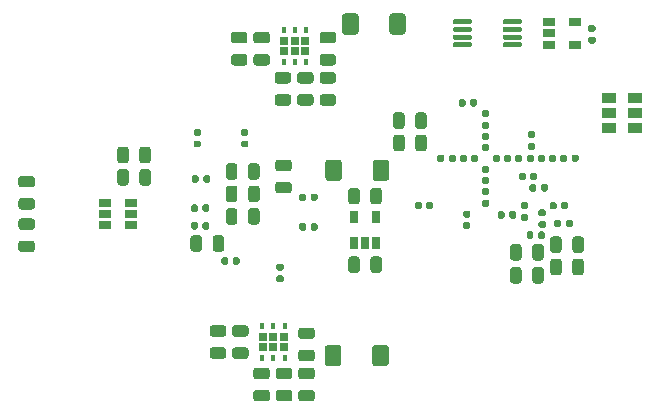
<source format=gbr>
G04 #@! TF.GenerationSoftware,KiCad,Pcbnew,(5.99.0-2267-g4486b0b6d)*
G04 #@! TF.CreationDate,2020-07-12T23:07:06+02:00*
G04 #@! TF.ProjectId,TDR,5444522e-6b69-4636-9164-5f7063625858,A*
G04 #@! TF.SameCoordinates,Original*
G04 #@! TF.FileFunction,Paste,Bot*
G04 #@! TF.FilePolarity,Positive*
%FSLAX46Y46*%
G04 Gerber Fmt 4.6, Leading zero omitted, Abs format (unit mm)*
G04 Created by KiCad (PCBNEW (5.99.0-2267-g4486b0b6d)) date 2020-07-12 23:07:06*
%MOMM*%
%LPD*%
G01*
G04 APERTURE LIST*
%ADD10R,0.650000X1.060000*%
%ADD11R,1.290000X0.890000*%
%ADD12R,1.060000X0.650000*%
%ADD13R,0.730000X0.660000*%
%ADD14R,0.450000X0.630000*%
G04 APERTURE END LIST*
D10*
X138805000Y-81785000D03*
X136905000Y-81785000D03*
X136905000Y-83985000D03*
X137855000Y-83985000D03*
X138805000Y-83985000D03*
G36*
G01*
X137405000Y-79528750D02*
X137405000Y-80441250D01*
G75*
G02*
X137161250Y-80685000I-243750J0D01*
G01*
X136673750Y-80685000D01*
G75*
G02*
X136430000Y-80441250I0J243750D01*
G01*
X136430000Y-79528750D01*
G75*
G02*
X136673750Y-79285000I243750J0D01*
G01*
X137161250Y-79285000D01*
G75*
G02*
X137405000Y-79528750I0J-243750D01*
G01*
G37*
G36*
G01*
X139280000Y-79528750D02*
X139280000Y-80441250D01*
G75*
G02*
X139036250Y-80685000I-243750J0D01*
G01*
X138548750Y-80685000D01*
G75*
G02*
X138305000Y-80441250I0J243750D01*
G01*
X138305000Y-79528750D01*
G75*
G02*
X138548750Y-79285000I243750J0D01*
G01*
X139036250Y-79285000D01*
G75*
G02*
X139280000Y-79528750I0J-243750D01*
G01*
G37*
G36*
G01*
X137405000Y-85328750D02*
X137405000Y-86241250D01*
G75*
G02*
X137161250Y-86485000I-243750J0D01*
G01*
X136673750Y-86485000D01*
G75*
G02*
X136430000Y-86241250I0J243750D01*
G01*
X136430000Y-85328750D01*
G75*
G02*
X136673750Y-85085000I243750J0D01*
G01*
X137161250Y-85085000D01*
G75*
G02*
X137405000Y-85328750I0J-243750D01*
G01*
G37*
G36*
G01*
X139280000Y-85328750D02*
X139280000Y-86241250D01*
G75*
G02*
X139036250Y-86485000I-243750J0D01*
G01*
X138548750Y-86485000D01*
G75*
G02*
X138305000Y-86241250I0J243750D01*
G01*
X138305000Y-85328750D01*
G75*
G02*
X138548750Y-85085000I243750J0D01*
G01*
X139036250Y-85085000D01*
G75*
G02*
X139280000Y-85328750I0J-243750D01*
G01*
G37*
G36*
G01*
X146745000Y-72257500D02*
X146745000Y-71912500D01*
G75*
G02*
X146892500Y-71765000I147500J0D01*
G01*
X147187500Y-71765000D01*
G75*
G02*
X147335000Y-71912500I0J-147500D01*
G01*
X147335000Y-72257500D01*
G75*
G02*
X147187500Y-72405000I-147500J0D01*
G01*
X146892500Y-72405000D01*
G75*
G02*
X146745000Y-72257500I0J147500D01*
G01*
G37*
G36*
G01*
X145775000Y-72257500D02*
X145775000Y-71912500D01*
G75*
G02*
X145922500Y-71765000I147500J0D01*
G01*
X146217500Y-71765000D01*
G75*
G02*
X146365000Y-71912500I0J-147500D01*
G01*
X146365000Y-72257500D01*
G75*
G02*
X146217500Y-72405000I-147500J0D01*
G01*
X145922500Y-72405000D01*
G75*
G02*
X145775000Y-72257500I0J147500D01*
G01*
G37*
G36*
G01*
X157227500Y-66095000D02*
X156882500Y-66095000D01*
G75*
G02*
X156735000Y-65947500I0J147500D01*
G01*
X156735000Y-65652500D01*
G75*
G02*
X156882500Y-65505000I147500J0D01*
G01*
X157227500Y-65505000D01*
G75*
G02*
X157375000Y-65652500I0J-147500D01*
G01*
X157375000Y-65947500D01*
G75*
G02*
X157227500Y-66095000I-147500J0D01*
G01*
G37*
G36*
G01*
X157227500Y-67065000D02*
X156882500Y-67065000D01*
G75*
G02*
X156735000Y-66917500I0J147500D01*
G01*
X156735000Y-66622500D01*
G75*
G02*
X156882500Y-66475000I147500J0D01*
G01*
X157227500Y-66475000D01*
G75*
G02*
X157375000Y-66622500I0J-147500D01*
G01*
X157375000Y-66917500D01*
G75*
G02*
X157227500Y-67065000I-147500J0D01*
G01*
G37*
G36*
G01*
X151182500Y-81475000D02*
X151527500Y-81475000D01*
G75*
G02*
X151675000Y-81622500I0J-147500D01*
G01*
X151675000Y-81917500D01*
G75*
G02*
X151527500Y-82065000I-147500J0D01*
G01*
X151182500Y-82065000D01*
G75*
G02*
X151035000Y-81917500I0J147500D01*
G01*
X151035000Y-81622500D01*
G75*
G02*
X151182500Y-81475000I147500J0D01*
G01*
G37*
G36*
G01*
X151182500Y-80505000D02*
X151527500Y-80505000D01*
G75*
G02*
X151675000Y-80652500I0J-147500D01*
G01*
X151675000Y-80947500D01*
G75*
G02*
X151527500Y-81095000I-147500J0D01*
G01*
X151182500Y-81095000D01*
G75*
G02*
X151035000Y-80947500I0J147500D01*
G01*
X151035000Y-80652500D01*
G75*
G02*
X151182500Y-80505000I147500J0D01*
G01*
G37*
G36*
G01*
X146282500Y-82175000D02*
X146627500Y-82175000D01*
G75*
G02*
X146775000Y-82322500I0J-147500D01*
G01*
X146775000Y-82617500D01*
G75*
G02*
X146627500Y-82765000I-147500J0D01*
G01*
X146282500Y-82765000D01*
G75*
G02*
X146135000Y-82617500I0J147500D01*
G01*
X146135000Y-82322500D01*
G75*
G02*
X146282500Y-82175000I147500J0D01*
G01*
G37*
G36*
G01*
X146282500Y-81205000D02*
X146627500Y-81205000D01*
G75*
G02*
X146775000Y-81352500I0J-147500D01*
G01*
X146775000Y-81647500D01*
G75*
G02*
X146627500Y-81795000I-147500J0D01*
G01*
X146282500Y-81795000D01*
G75*
G02*
X146135000Y-81647500I0J147500D01*
G01*
X146135000Y-81352500D01*
G75*
G02*
X146282500Y-81205000I147500J0D01*
G01*
G37*
G36*
G01*
X153445000Y-76957500D02*
X153445000Y-76612500D01*
G75*
G02*
X153592500Y-76465000I147500J0D01*
G01*
X153887500Y-76465000D01*
G75*
G02*
X154035000Y-76612500I0J-147500D01*
G01*
X154035000Y-76957500D01*
G75*
G02*
X153887500Y-77105000I-147500J0D01*
G01*
X153592500Y-77105000D01*
G75*
G02*
X153445000Y-76957500I0J147500D01*
G01*
G37*
G36*
G01*
X152475000Y-76957500D02*
X152475000Y-76612500D01*
G75*
G02*
X152622500Y-76465000I147500J0D01*
G01*
X152917500Y-76465000D01*
G75*
G02*
X153065000Y-76612500I0J-147500D01*
G01*
X153065000Y-76957500D01*
G75*
G02*
X152917500Y-77105000I-147500J0D01*
G01*
X152622500Y-77105000D01*
G75*
G02*
X152475000Y-76957500I0J147500D01*
G01*
G37*
D11*
X158500000Y-72950000D03*
X160750000Y-72950000D03*
X158500000Y-71680000D03*
X158500000Y-74220000D03*
X160750000Y-74220000D03*
X160750000Y-71680000D03*
G36*
G01*
X149500000Y-67275000D02*
X149500000Y-67075000D01*
G75*
G02*
X149600000Y-66975000I100000J0D01*
G01*
X151025000Y-66975000D01*
G75*
G02*
X151125000Y-67075000I0J-100000D01*
G01*
X151125000Y-67275000D01*
G75*
G02*
X151025000Y-67375000I-100000J0D01*
G01*
X149600000Y-67375000D01*
G75*
G02*
X149500000Y-67275000I0J100000D01*
G01*
G37*
G36*
G01*
X149500000Y-66625000D02*
X149500000Y-66425000D01*
G75*
G02*
X149600000Y-66325000I100000J0D01*
G01*
X151025000Y-66325000D01*
G75*
G02*
X151125000Y-66425000I0J-100000D01*
G01*
X151125000Y-66625000D01*
G75*
G02*
X151025000Y-66725000I-100000J0D01*
G01*
X149600000Y-66725000D01*
G75*
G02*
X149500000Y-66625000I0J100000D01*
G01*
G37*
G36*
G01*
X149500000Y-65975000D02*
X149500000Y-65775000D01*
G75*
G02*
X149600000Y-65675000I100000J0D01*
G01*
X151025000Y-65675000D01*
G75*
G02*
X151125000Y-65775000I0J-100000D01*
G01*
X151125000Y-65975000D01*
G75*
G02*
X151025000Y-66075000I-100000J0D01*
G01*
X149600000Y-66075000D01*
G75*
G02*
X149500000Y-65975000I0J100000D01*
G01*
G37*
G36*
G01*
X149500000Y-65325000D02*
X149500000Y-65125000D01*
G75*
G02*
X149600000Y-65025000I100000J0D01*
G01*
X151025000Y-65025000D01*
G75*
G02*
X151125000Y-65125000I0J-100000D01*
G01*
X151125000Y-65325000D01*
G75*
G02*
X151025000Y-65425000I-100000J0D01*
G01*
X149600000Y-65425000D01*
G75*
G02*
X149500000Y-65325000I0J100000D01*
G01*
G37*
G36*
G01*
X145275000Y-65325000D02*
X145275000Y-65125000D01*
G75*
G02*
X145375000Y-65025000I100000J0D01*
G01*
X146800000Y-65025000D01*
G75*
G02*
X146900000Y-65125000I0J-100000D01*
G01*
X146900000Y-65325000D01*
G75*
G02*
X146800000Y-65425000I-100000J0D01*
G01*
X145375000Y-65425000D01*
G75*
G02*
X145275000Y-65325000I0J100000D01*
G01*
G37*
G36*
G01*
X145275000Y-65975000D02*
X145275000Y-65775000D01*
G75*
G02*
X145375000Y-65675000I100000J0D01*
G01*
X146800000Y-65675000D01*
G75*
G02*
X146900000Y-65775000I0J-100000D01*
G01*
X146900000Y-65975000D01*
G75*
G02*
X146800000Y-66075000I-100000J0D01*
G01*
X145375000Y-66075000D01*
G75*
G02*
X145275000Y-65975000I0J100000D01*
G01*
G37*
G36*
G01*
X145275000Y-66625000D02*
X145275000Y-66425000D01*
G75*
G02*
X145375000Y-66325000I100000J0D01*
G01*
X146800000Y-66325000D01*
G75*
G02*
X146900000Y-66425000I0J-100000D01*
G01*
X146900000Y-66625000D01*
G75*
G02*
X146800000Y-66725000I-100000J0D01*
G01*
X145375000Y-66725000D01*
G75*
G02*
X145275000Y-66625000I0J100000D01*
G01*
G37*
G36*
G01*
X145275000Y-67275000D02*
X145275000Y-67075000D01*
G75*
G02*
X145375000Y-66975000I100000J0D01*
G01*
X146800000Y-66975000D01*
G75*
G02*
X146900000Y-67075000I0J-100000D01*
G01*
X146900000Y-67275000D01*
G75*
G02*
X146800000Y-67375000I-100000J0D01*
G01*
X145375000Y-67375000D01*
G75*
G02*
X145275000Y-67275000I0J100000D01*
G01*
G37*
D12*
X155600000Y-67150000D03*
X155600000Y-65250000D03*
X153400000Y-65250000D03*
X153400000Y-66200000D03*
X153400000Y-67150000D03*
G36*
G01*
X138500000Y-78450001D02*
X138500000Y-77149999D01*
G75*
G02*
X138749999Y-76900000I249999J0D01*
G01*
X139650001Y-76900000D01*
G75*
G02*
X139900000Y-77149999I0J-249999D01*
G01*
X139900000Y-78450001D01*
G75*
G02*
X139650001Y-78700000I-249999J0D01*
G01*
X138749999Y-78700000D01*
G75*
G02*
X138500000Y-78450001I0J249999D01*
G01*
G37*
G36*
G01*
X134500000Y-78450001D02*
X134500000Y-77149999D01*
G75*
G02*
X134749999Y-76900000I249999J0D01*
G01*
X135650001Y-76900000D01*
G75*
G02*
X135900000Y-77149999I0J-249999D01*
G01*
X135900000Y-78450001D01*
G75*
G02*
X135650001Y-78700000I-249999J0D01*
G01*
X134749999Y-78700000D01*
G75*
G02*
X134500000Y-78450001I0J249999D01*
G01*
G37*
G36*
G01*
X132865000Y-79912500D02*
X132865000Y-80257500D01*
G75*
G02*
X132717500Y-80405000I-147500J0D01*
G01*
X132422500Y-80405000D01*
G75*
G02*
X132275000Y-80257500I0J147500D01*
G01*
X132275000Y-79912500D01*
G75*
G02*
X132422500Y-79765000I147500J0D01*
G01*
X132717500Y-79765000D01*
G75*
G02*
X132865000Y-79912500I0J-147500D01*
G01*
G37*
G36*
G01*
X133835000Y-79912500D02*
X133835000Y-80257500D01*
G75*
G02*
X133687500Y-80405000I-147500J0D01*
G01*
X133392500Y-80405000D01*
G75*
G02*
X133245000Y-80257500I0J147500D01*
G01*
X133245000Y-79912500D01*
G75*
G02*
X133392500Y-79765000I147500J0D01*
G01*
X133687500Y-79765000D01*
G75*
G02*
X133835000Y-79912500I0J-147500D01*
G01*
G37*
G36*
G01*
X126645000Y-85657500D02*
X126645000Y-85312500D01*
G75*
G02*
X126792500Y-85165000I147500J0D01*
G01*
X127087500Y-85165000D01*
G75*
G02*
X127235000Y-85312500I0J-147500D01*
G01*
X127235000Y-85657500D01*
G75*
G02*
X127087500Y-85805000I-147500J0D01*
G01*
X126792500Y-85805000D01*
G75*
G02*
X126645000Y-85657500I0J147500D01*
G01*
G37*
G36*
G01*
X125675000Y-85657500D02*
X125675000Y-85312500D01*
G75*
G02*
X125822500Y-85165000I147500J0D01*
G01*
X126117500Y-85165000D01*
G75*
G02*
X126265000Y-85312500I0J-147500D01*
G01*
X126265000Y-85657500D01*
G75*
G02*
X126117500Y-85805000I-147500J0D01*
G01*
X125822500Y-85805000D01*
G75*
G02*
X125675000Y-85657500I0J147500D01*
G01*
G37*
G36*
G01*
X127482500Y-75275000D02*
X127827500Y-75275000D01*
G75*
G02*
X127975000Y-75422500I0J-147500D01*
G01*
X127975000Y-75717500D01*
G75*
G02*
X127827500Y-75865000I-147500J0D01*
G01*
X127482500Y-75865000D01*
G75*
G02*
X127335000Y-75717500I0J147500D01*
G01*
X127335000Y-75422500D01*
G75*
G02*
X127482500Y-75275000I147500J0D01*
G01*
G37*
G36*
G01*
X127482500Y-74305000D02*
X127827500Y-74305000D01*
G75*
G02*
X127975000Y-74452500I0J-147500D01*
G01*
X127975000Y-74747500D01*
G75*
G02*
X127827500Y-74895000I-147500J0D01*
G01*
X127482500Y-74895000D01*
G75*
G02*
X127335000Y-74747500I0J147500D01*
G01*
X127335000Y-74452500D01*
G75*
G02*
X127482500Y-74305000I147500J0D01*
G01*
G37*
G36*
G01*
X130827500Y-86295000D02*
X130482500Y-86295000D01*
G75*
G02*
X130335000Y-86147500I0J147500D01*
G01*
X130335000Y-85852500D01*
G75*
G02*
X130482500Y-85705000I147500J0D01*
G01*
X130827500Y-85705000D01*
G75*
G02*
X130975000Y-85852500I0J-147500D01*
G01*
X130975000Y-86147500D01*
G75*
G02*
X130827500Y-86295000I-147500J0D01*
G01*
G37*
G36*
G01*
X130827500Y-87265000D02*
X130482500Y-87265000D01*
G75*
G02*
X130335000Y-87117500I0J147500D01*
G01*
X130335000Y-86822500D01*
G75*
G02*
X130482500Y-86675000I147500J0D01*
G01*
X130827500Y-86675000D01*
G75*
G02*
X130975000Y-86822500I0J-147500D01*
G01*
X130975000Y-87117500D01*
G75*
G02*
X130827500Y-87265000I-147500J0D01*
G01*
G37*
G36*
G01*
X124090000Y-82672500D02*
X124090000Y-82327500D01*
G75*
G02*
X124237500Y-82180000I147500J0D01*
G01*
X124532500Y-82180000D01*
G75*
G02*
X124680000Y-82327500I0J-147500D01*
G01*
X124680000Y-82672500D01*
G75*
G02*
X124532500Y-82820000I-147500J0D01*
G01*
X124237500Y-82820000D01*
G75*
G02*
X124090000Y-82672500I0J147500D01*
G01*
G37*
G36*
G01*
X123120000Y-82672500D02*
X123120000Y-82327500D01*
G75*
G02*
X123267500Y-82180000I147500J0D01*
G01*
X123562500Y-82180000D01*
G75*
G02*
X123710000Y-82327500I0J-147500D01*
G01*
X123710000Y-82672500D01*
G75*
G02*
X123562500Y-82820000I-147500J0D01*
G01*
X123267500Y-82820000D01*
G75*
G02*
X123120000Y-82672500I0J147500D01*
G01*
G37*
G36*
G01*
X123482500Y-75275000D02*
X123827500Y-75275000D01*
G75*
G02*
X123975000Y-75422500I0J-147500D01*
G01*
X123975000Y-75717500D01*
G75*
G02*
X123827500Y-75865000I-147500J0D01*
G01*
X123482500Y-75865000D01*
G75*
G02*
X123335000Y-75717500I0J147500D01*
G01*
X123335000Y-75422500D01*
G75*
G02*
X123482500Y-75275000I147500J0D01*
G01*
G37*
G36*
G01*
X123482500Y-74305000D02*
X123827500Y-74305000D01*
G75*
G02*
X123975000Y-74452500I0J-147500D01*
G01*
X123975000Y-74747500D01*
G75*
G02*
X123827500Y-74895000I-147500J0D01*
G01*
X123482500Y-74895000D01*
G75*
G02*
X123335000Y-74747500I0J147500D01*
G01*
X123335000Y-74452500D01*
G75*
G02*
X123482500Y-74305000I147500J0D01*
G01*
G37*
G36*
G01*
X132865000Y-82412500D02*
X132865000Y-82757500D01*
G75*
G02*
X132717500Y-82905000I-147500J0D01*
G01*
X132422500Y-82905000D01*
G75*
G02*
X132275000Y-82757500I0J147500D01*
G01*
X132275000Y-82412500D01*
G75*
G02*
X132422500Y-82265000I147500J0D01*
G01*
X132717500Y-82265000D01*
G75*
G02*
X132865000Y-82412500I0J-147500D01*
G01*
G37*
G36*
G01*
X133835000Y-82412500D02*
X133835000Y-82757500D01*
G75*
G02*
X133687500Y-82905000I-147500J0D01*
G01*
X133392500Y-82905000D01*
G75*
G02*
X133245000Y-82757500I0J147500D01*
G01*
X133245000Y-82412500D01*
G75*
G02*
X133392500Y-82265000I147500J0D01*
G01*
X133687500Y-82265000D01*
G75*
G02*
X133835000Y-82412500I0J-147500D01*
G01*
G37*
G36*
G01*
X124090000Y-81172500D02*
X124090000Y-80827500D01*
G75*
G02*
X124237500Y-80680000I147500J0D01*
G01*
X124532500Y-80680000D01*
G75*
G02*
X124680000Y-80827500I0J-147500D01*
G01*
X124680000Y-81172500D01*
G75*
G02*
X124532500Y-81320000I-147500J0D01*
G01*
X124237500Y-81320000D01*
G75*
G02*
X124090000Y-81172500I0J147500D01*
G01*
G37*
G36*
G01*
X123120000Y-81172500D02*
X123120000Y-80827500D01*
G75*
G02*
X123267500Y-80680000I147500J0D01*
G01*
X123562500Y-80680000D01*
G75*
G02*
X123710000Y-80827500I0J-147500D01*
G01*
X123710000Y-81172500D01*
G75*
G02*
X123562500Y-81320000I-147500J0D01*
G01*
X123267500Y-81320000D01*
G75*
G02*
X123120000Y-81172500I0J147500D01*
G01*
G37*
G36*
G01*
X124145000Y-78700665D02*
X124145000Y-78355665D01*
G75*
G02*
X124292500Y-78208165I147500J0D01*
G01*
X124587500Y-78208165D01*
G75*
G02*
X124735000Y-78355665I0J-147500D01*
G01*
X124735000Y-78700665D01*
G75*
G02*
X124587500Y-78848165I-147500J0D01*
G01*
X124292500Y-78848165D01*
G75*
G02*
X124145000Y-78700665I0J147500D01*
G01*
G37*
G36*
G01*
X123175000Y-78700665D02*
X123175000Y-78355665D01*
G75*
G02*
X123322500Y-78208165I147500J0D01*
G01*
X123617500Y-78208165D01*
G75*
G02*
X123765000Y-78355665I0J-147500D01*
G01*
X123765000Y-78700665D01*
G75*
G02*
X123617500Y-78848165I-147500J0D01*
G01*
X123322500Y-78848165D01*
G75*
G02*
X123175000Y-78700665I0J147500D01*
G01*
G37*
G36*
G01*
X130483274Y-78775610D02*
X131395774Y-78775610D01*
G75*
G02*
X131639524Y-79019360I0J-243750D01*
G01*
X131639524Y-79506860D01*
G75*
G02*
X131395774Y-79750610I-243750J0D01*
G01*
X130483274Y-79750610D01*
G75*
G02*
X130239524Y-79506860I0J243750D01*
G01*
X130239524Y-79019360D01*
G75*
G02*
X130483274Y-78775610I243750J0D01*
G01*
G37*
G36*
G01*
X130483274Y-76900610D02*
X131395774Y-76900610D01*
G75*
G02*
X131639524Y-77144360I0J-243750D01*
G01*
X131639524Y-77631860D01*
G75*
G02*
X131395774Y-77875610I-243750J0D01*
G01*
X130483274Y-77875610D01*
G75*
G02*
X130239524Y-77631860I0J243750D01*
G01*
X130239524Y-77144360D01*
G75*
G02*
X130483274Y-76900610I243750J0D01*
G01*
G37*
G36*
G01*
X127950000Y-78356250D02*
X127950000Y-77443750D01*
G75*
G02*
X128193750Y-77200000I243750J0D01*
G01*
X128681250Y-77200000D01*
G75*
G02*
X128925000Y-77443750I0J-243750D01*
G01*
X128925000Y-78356250D01*
G75*
G02*
X128681250Y-78600000I-243750J0D01*
G01*
X128193750Y-78600000D01*
G75*
G02*
X127950000Y-78356250I0J243750D01*
G01*
G37*
G36*
G01*
X126075000Y-78356250D02*
X126075000Y-77443750D01*
G75*
G02*
X126318750Y-77200000I243750J0D01*
G01*
X126806250Y-77200000D01*
G75*
G02*
X127050000Y-77443750I0J-243750D01*
G01*
X127050000Y-78356250D01*
G75*
G02*
X126806250Y-78600000I-243750J0D01*
G01*
X126318750Y-78600000D01*
G75*
G02*
X126075000Y-78356250I0J243750D01*
G01*
G37*
G36*
G01*
X127950000Y-82156250D02*
X127950000Y-81243750D01*
G75*
G02*
X128193750Y-81000000I243750J0D01*
G01*
X128681250Y-81000000D01*
G75*
G02*
X128925000Y-81243750I0J-243750D01*
G01*
X128925000Y-82156250D01*
G75*
G02*
X128681250Y-82400000I-243750J0D01*
G01*
X128193750Y-82400000D01*
G75*
G02*
X127950000Y-82156250I0J243750D01*
G01*
G37*
G36*
G01*
X126075000Y-82156250D02*
X126075000Y-81243750D01*
G75*
G02*
X126318750Y-81000000I243750J0D01*
G01*
X126806250Y-81000000D01*
G75*
G02*
X127050000Y-81243750I0J-243750D01*
G01*
X127050000Y-82156250D01*
G75*
G02*
X126806250Y-82400000I-243750J0D01*
G01*
X126318750Y-82400000D01*
G75*
G02*
X126075000Y-82156250I0J243750D01*
G01*
G37*
G36*
G01*
X124050000Y-83543750D02*
X124050000Y-84456250D01*
G75*
G02*
X123806250Y-84700000I-243750J0D01*
G01*
X123318750Y-84700000D01*
G75*
G02*
X123075000Y-84456250I0J243750D01*
G01*
X123075000Y-83543750D01*
G75*
G02*
X123318750Y-83300000I243750J0D01*
G01*
X123806250Y-83300000D01*
G75*
G02*
X124050000Y-83543750I0J-243750D01*
G01*
G37*
G36*
G01*
X125925000Y-83543750D02*
X125925000Y-84456250D01*
G75*
G02*
X125681250Y-84700000I-243750J0D01*
G01*
X125193750Y-84700000D01*
G75*
G02*
X124950000Y-84456250I0J243750D01*
G01*
X124950000Y-83543750D01*
G75*
G02*
X125193750Y-83300000I243750J0D01*
G01*
X125681250Y-83300000D01*
G75*
G02*
X125925000Y-83543750I0J-243750D01*
G01*
G37*
G36*
G01*
X127050000Y-79343750D02*
X127050000Y-80256250D01*
G75*
G02*
X126806250Y-80500000I-243750J0D01*
G01*
X126318750Y-80500000D01*
G75*
G02*
X126075000Y-80256250I0J243750D01*
G01*
X126075000Y-79343750D01*
G75*
G02*
X126318750Y-79100000I243750J0D01*
G01*
X126806250Y-79100000D01*
G75*
G02*
X127050000Y-79343750I0J-243750D01*
G01*
G37*
G36*
G01*
X128925000Y-79343750D02*
X128925000Y-80256250D01*
G75*
G02*
X128681250Y-80500000I-243750J0D01*
G01*
X128193750Y-80500000D01*
G75*
G02*
X127950000Y-80256250I0J243750D01*
G01*
X127950000Y-79343750D01*
G75*
G02*
X128193750Y-79100000I243750J0D01*
G01*
X128681250Y-79100000D01*
G75*
G02*
X128925000Y-79343750I0J-243750D01*
G01*
G37*
G36*
G01*
X118750000Y-78856250D02*
X118750000Y-77943750D01*
G75*
G02*
X118993750Y-77700000I243750J0D01*
G01*
X119481250Y-77700000D01*
G75*
G02*
X119725000Y-77943750I0J-243750D01*
G01*
X119725000Y-78856250D01*
G75*
G02*
X119481250Y-79100000I-243750J0D01*
G01*
X118993750Y-79100000D01*
G75*
G02*
X118750000Y-78856250I0J243750D01*
G01*
G37*
G36*
G01*
X116875000Y-78856250D02*
X116875000Y-77943750D01*
G75*
G02*
X117118750Y-77700000I243750J0D01*
G01*
X117606250Y-77700000D01*
G75*
G02*
X117850000Y-77943750I0J-243750D01*
G01*
X117850000Y-78856250D01*
G75*
G02*
X117606250Y-79100000I-243750J0D01*
G01*
X117118750Y-79100000D01*
G75*
G02*
X116875000Y-78856250I0J243750D01*
G01*
G37*
G36*
G01*
X118750000Y-76956250D02*
X118750000Y-76043750D01*
G75*
G02*
X118993750Y-75800000I243750J0D01*
G01*
X119481250Y-75800000D01*
G75*
G02*
X119725000Y-76043750I0J-243750D01*
G01*
X119725000Y-76956250D01*
G75*
G02*
X119481250Y-77200000I-243750J0D01*
G01*
X118993750Y-77200000D01*
G75*
G02*
X118750000Y-76956250I0J243750D01*
G01*
G37*
G36*
G01*
X116875000Y-76956250D02*
X116875000Y-76043750D01*
G75*
G02*
X117118750Y-75800000I243750J0D01*
G01*
X117606250Y-75800000D01*
G75*
G02*
X117850000Y-76043750I0J-243750D01*
G01*
X117850000Y-76956250D01*
G75*
G02*
X117606250Y-77200000I-243750J0D01*
G01*
X117118750Y-77200000D01*
G75*
G02*
X116875000Y-76956250I0J243750D01*
G01*
G37*
G36*
G01*
X152682500Y-82075000D02*
X153027500Y-82075000D01*
G75*
G02*
X153175000Y-82222500I0J-147500D01*
G01*
X153175000Y-82517500D01*
G75*
G02*
X153027500Y-82665000I-147500J0D01*
G01*
X152682500Y-82665000D01*
G75*
G02*
X152535000Y-82517500I0J147500D01*
G01*
X152535000Y-82222500D01*
G75*
G02*
X152682500Y-82075000I147500J0D01*
G01*
G37*
G36*
G01*
X152682500Y-81105000D02*
X153027500Y-81105000D01*
G75*
G02*
X153175000Y-81252500I0J-147500D01*
G01*
X153175000Y-81547500D01*
G75*
G02*
X153027500Y-81695000I-147500J0D01*
G01*
X152682500Y-81695000D01*
G75*
G02*
X152535000Y-81547500I0J147500D01*
G01*
X152535000Y-81252500D01*
G75*
G02*
X152682500Y-81105000I147500J0D01*
G01*
G37*
D13*
X129234000Y-91912500D03*
X129234000Y-92762500D03*
X130100000Y-91912500D03*
X130100000Y-92762500D03*
X130966000Y-92762500D03*
X130966000Y-91912500D03*
D14*
X129150000Y-93677500D03*
X130100000Y-93677500D03*
X131050000Y-93677500D03*
X131050000Y-90997500D03*
X130100000Y-90997500D03*
X129150000Y-90997500D03*
D13*
X131034000Y-66875000D03*
X131034000Y-67725000D03*
X131900000Y-66875000D03*
X131900000Y-67725000D03*
X132766000Y-67725000D03*
X132766000Y-66875000D03*
D14*
X130950000Y-68640000D03*
X131900000Y-68640000D03*
X132850000Y-68640000D03*
X132850000Y-65960000D03*
X131900000Y-65960000D03*
X130950000Y-65960000D03*
G36*
G01*
X132443750Y-96387500D02*
X133356250Y-96387500D01*
G75*
G02*
X133600000Y-96631250I0J-243750D01*
G01*
X133600000Y-97118750D01*
G75*
G02*
X133356250Y-97362500I-243750J0D01*
G01*
X132443750Y-97362500D01*
G75*
G02*
X132200000Y-97118750I0J243750D01*
G01*
X132200000Y-96631250D01*
G75*
G02*
X132443750Y-96387500I243750J0D01*
G01*
G37*
G36*
G01*
X132443750Y-94512500D02*
X133356250Y-94512500D01*
G75*
G02*
X133600000Y-94756250I0J-243750D01*
G01*
X133600000Y-95243750D01*
G75*
G02*
X133356250Y-95487500I-243750J0D01*
G01*
X132443750Y-95487500D01*
G75*
G02*
X132200000Y-95243750I0J243750D01*
G01*
X132200000Y-94756250D01*
G75*
G02*
X132443750Y-94512500I243750J0D01*
G01*
G37*
G36*
G01*
X131456250Y-95487500D02*
X130543750Y-95487500D01*
G75*
G02*
X130300000Y-95243750I0J243750D01*
G01*
X130300000Y-94756250D01*
G75*
G02*
X130543750Y-94512500I243750J0D01*
G01*
X131456250Y-94512500D01*
G75*
G02*
X131700000Y-94756250I0J-243750D01*
G01*
X131700000Y-95243750D01*
G75*
G02*
X131456250Y-95487500I-243750J0D01*
G01*
G37*
G36*
G01*
X131456250Y-97362500D02*
X130543750Y-97362500D01*
G75*
G02*
X130300000Y-97118750I0J243750D01*
G01*
X130300000Y-96631250D01*
G75*
G02*
X130543750Y-96387500I243750J0D01*
G01*
X131456250Y-96387500D01*
G75*
G02*
X131700000Y-96631250I0J-243750D01*
G01*
X131700000Y-97118750D01*
G75*
G02*
X131456250Y-97362500I-243750J0D01*
G01*
G37*
G36*
G01*
X134243750Y-71350000D02*
X135156250Y-71350000D01*
G75*
G02*
X135400000Y-71593750I0J-243750D01*
G01*
X135400000Y-72081250D01*
G75*
G02*
X135156250Y-72325000I-243750J0D01*
G01*
X134243750Y-72325000D01*
G75*
G02*
X134000000Y-72081250I0J243750D01*
G01*
X134000000Y-71593750D01*
G75*
G02*
X134243750Y-71350000I243750J0D01*
G01*
G37*
G36*
G01*
X134243750Y-69475000D02*
X135156250Y-69475000D01*
G75*
G02*
X135400000Y-69718750I0J-243750D01*
G01*
X135400000Y-70206250D01*
G75*
G02*
X135156250Y-70450000I-243750J0D01*
G01*
X134243750Y-70450000D01*
G75*
G02*
X134000000Y-70206250I0J243750D01*
G01*
X134000000Y-69718750D01*
G75*
G02*
X134243750Y-69475000I243750J0D01*
G01*
G37*
G36*
G01*
X133256250Y-70450000D02*
X132343750Y-70450000D01*
G75*
G02*
X132100000Y-70206250I0J243750D01*
G01*
X132100000Y-69718750D01*
G75*
G02*
X132343750Y-69475000I243750J0D01*
G01*
X133256250Y-69475000D01*
G75*
G02*
X133500000Y-69718750I0J-243750D01*
G01*
X133500000Y-70206250D01*
G75*
G02*
X133256250Y-70450000I-243750J0D01*
G01*
G37*
G36*
G01*
X133256250Y-72325000D02*
X132343750Y-72325000D01*
G75*
G02*
X132100000Y-72081250I0J243750D01*
G01*
X132100000Y-71593750D01*
G75*
G02*
X132343750Y-71350000I243750J0D01*
G01*
X133256250Y-71350000D01*
G75*
G02*
X133500000Y-71593750I0J-243750D01*
G01*
X133500000Y-72081250D01*
G75*
G02*
X133256250Y-72325000I-243750J0D01*
G01*
G37*
G36*
G01*
X124943750Y-92787500D02*
X125856250Y-92787500D01*
G75*
G02*
X126100000Y-93031250I0J-243750D01*
G01*
X126100000Y-93518750D01*
G75*
G02*
X125856250Y-93762500I-243750J0D01*
G01*
X124943750Y-93762500D01*
G75*
G02*
X124700000Y-93518750I0J243750D01*
G01*
X124700000Y-93031250D01*
G75*
G02*
X124943750Y-92787500I243750J0D01*
G01*
G37*
G36*
G01*
X124943750Y-90912500D02*
X125856250Y-90912500D01*
G75*
G02*
X126100000Y-91156250I0J-243750D01*
G01*
X126100000Y-91643750D01*
G75*
G02*
X125856250Y-91887500I-243750J0D01*
G01*
X124943750Y-91887500D01*
G75*
G02*
X124700000Y-91643750I0J243750D01*
G01*
X124700000Y-91156250D01*
G75*
G02*
X124943750Y-90912500I243750J0D01*
G01*
G37*
G36*
G01*
X126743750Y-67950000D02*
X127656250Y-67950000D01*
G75*
G02*
X127900000Y-68193750I0J-243750D01*
G01*
X127900000Y-68681250D01*
G75*
G02*
X127656250Y-68925000I-243750J0D01*
G01*
X126743750Y-68925000D01*
G75*
G02*
X126500000Y-68681250I0J243750D01*
G01*
X126500000Y-68193750D01*
G75*
G02*
X126743750Y-67950000I243750J0D01*
G01*
G37*
G36*
G01*
X126743750Y-66075000D02*
X127656250Y-66075000D01*
G75*
G02*
X127900000Y-66318750I0J-243750D01*
G01*
X127900000Y-66806250D01*
G75*
G02*
X127656250Y-67050000I-243750J0D01*
G01*
X126743750Y-67050000D01*
G75*
G02*
X126500000Y-66806250I0J243750D01*
G01*
X126500000Y-66318750D01*
G75*
G02*
X126743750Y-66075000I243750J0D01*
G01*
G37*
G36*
G01*
X127756250Y-91887500D02*
X126843750Y-91887500D01*
G75*
G02*
X126600000Y-91643750I0J243750D01*
G01*
X126600000Y-91156250D01*
G75*
G02*
X126843750Y-90912500I243750J0D01*
G01*
X127756250Y-90912500D01*
G75*
G02*
X128000000Y-91156250I0J-243750D01*
G01*
X128000000Y-91643750D01*
G75*
G02*
X127756250Y-91887500I-243750J0D01*
G01*
G37*
G36*
G01*
X127756250Y-93762500D02*
X126843750Y-93762500D01*
G75*
G02*
X126600000Y-93518750I0J243750D01*
G01*
X126600000Y-93031250D01*
G75*
G02*
X126843750Y-92787500I243750J0D01*
G01*
X127756250Y-92787500D01*
G75*
G02*
X128000000Y-93031250I0J-243750D01*
G01*
X128000000Y-93518750D01*
G75*
G02*
X127756250Y-93762500I-243750J0D01*
G01*
G37*
G36*
G01*
X129556250Y-67050000D02*
X128643750Y-67050000D01*
G75*
G02*
X128400000Y-66806250I0J243750D01*
G01*
X128400000Y-66318750D01*
G75*
G02*
X128643750Y-66075000I243750J0D01*
G01*
X129556250Y-66075000D01*
G75*
G02*
X129800000Y-66318750I0J-243750D01*
G01*
X129800000Y-66806250D01*
G75*
G02*
X129556250Y-67050000I-243750J0D01*
G01*
G37*
G36*
G01*
X129556250Y-68925000D02*
X128643750Y-68925000D01*
G75*
G02*
X128400000Y-68681250I0J243750D01*
G01*
X128400000Y-68193750D01*
G75*
G02*
X128643750Y-67950000I243750J0D01*
G01*
X129556250Y-67950000D01*
G75*
G02*
X129800000Y-68193750I0J-243750D01*
G01*
X129800000Y-68681250D01*
G75*
G02*
X129556250Y-68925000I-243750J0D01*
G01*
G37*
G36*
G01*
X138455000Y-94135001D02*
X138455000Y-92834999D01*
G75*
G02*
X138704999Y-92585000I249999J0D01*
G01*
X139605001Y-92585000D01*
G75*
G02*
X139855000Y-92834999I0J-249999D01*
G01*
X139855000Y-94135001D01*
G75*
G02*
X139605001Y-94385000I-249999J0D01*
G01*
X138704999Y-94385000D01*
G75*
G02*
X138455000Y-94135001I0J249999D01*
G01*
G37*
G36*
G01*
X134455000Y-94135001D02*
X134455000Y-92834999D01*
G75*
G02*
X134704999Y-92585000I249999J0D01*
G01*
X135605001Y-92585000D01*
G75*
G02*
X135855000Y-92834999I0J-249999D01*
G01*
X135855000Y-94135001D01*
G75*
G02*
X135605001Y-94385000I-249999J0D01*
G01*
X134704999Y-94385000D01*
G75*
G02*
X134455000Y-94135001I0J249999D01*
G01*
G37*
G36*
G01*
X139900000Y-66069959D02*
X139900000Y-64769957D01*
G75*
G02*
X140149999Y-64519958I249999J0D01*
G01*
X141050001Y-64519958D01*
G75*
G02*
X141300000Y-64769957I0J-249999D01*
G01*
X141300000Y-66069959D01*
G75*
G02*
X141050001Y-66319958I-249999J0D01*
G01*
X140149999Y-66319958D01*
G75*
G02*
X139900000Y-66069959I0J249999D01*
G01*
G37*
G36*
G01*
X135900000Y-66069959D02*
X135900000Y-64769957D01*
G75*
G02*
X136149999Y-64519958I249999J0D01*
G01*
X137050001Y-64519958D01*
G75*
G02*
X137300000Y-64769957I0J-249999D01*
G01*
X137300000Y-66069959D01*
G75*
G02*
X137050001Y-66319958I-249999J0D01*
G01*
X136149999Y-66319958D01*
G75*
G02*
X135900000Y-66069959I0J249999D01*
G01*
G37*
G36*
G01*
X147882500Y-80275000D02*
X148227500Y-80275000D01*
G75*
G02*
X148375000Y-80422500I0J-147500D01*
G01*
X148375000Y-80717500D01*
G75*
G02*
X148227500Y-80865000I-147500J0D01*
G01*
X147882500Y-80865000D01*
G75*
G02*
X147735000Y-80717500I0J147500D01*
G01*
X147735000Y-80422500D01*
G75*
G02*
X147882500Y-80275000I147500J0D01*
G01*
G37*
G36*
G01*
X147882500Y-79305000D02*
X148227500Y-79305000D01*
G75*
G02*
X148375000Y-79452500I0J-147500D01*
G01*
X148375000Y-79747500D01*
G75*
G02*
X148227500Y-79895000I-147500J0D01*
G01*
X147882500Y-79895000D01*
G75*
G02*
X147735000Y-79747500I0J147500D01*
G01*
X147735000Y-79452500D01*
G75*
G02*
X147882500Y-79305000I147500J0D01*
G01*
G37*
G36*
G01*
X149669632Y-81401127D02*
X149669632Y-81746127D01*
G75*
G02*
X149522132Y-81893627I-147500J0D01*
G01*
X149227132Y-81893627D01*
G75*
G02*
X149079632Y-81746127I0J147500D01*
G01*
X149079632Y-81401127D01*
G75*
G02*
X149227132Y-81253627I147500J0D01*
G01*
X149522132Y-81253627D01*
G75*
G02*
X149669632Y-81401127I0J-147500D01*
G01*
G37*
G36*
G01*
X150639632Y-81401127D02*
X150639632Y-81746127D01*
G75*
G02*
X150492132Y-81893627I-147500J0D01*
G01*
X150197132Y-81893627D01*
G75*
G02*
X150049632Y-81746127I0J147500D01*
G01*
X150049632Y-81401127D01*
G75*
G02*
X150197132Y-81253627I147500J0D01*
G01*
X150492132Y-81253627D01*
G75*
G02*
X150639632Y-81401127I0J-147500D01*
G01*
G37*
G36*
G01*
X146845000Y-76957500D02*
X146845000Y-76612500D01*
G75*
G02*
X146992500Y-76465000I147500J0D01*
G01*
X147287500Y-76465000D01*
G75*
G02*
X147435000Y-76612500I0J-147500D01*
G01*
X147435000Y-76957500D01*
G75*
G02*
X147287500Y-77105000I-147500J0D01*
G01*
X146992500Y-77105000D01*
G75*
G02*
X146845000Y-76957500I0J147500D01*
G01*
G37*
G36*
G01*
X145875000Y-76957500D02*
X145875000Y-76612500D01*
G75*
G02*
X146022500Y-76465000I147500J0D01*
G01*
X146317500Y-76465000D01*
G75*
G02*
X146465000Y-76612500I0J-147500D01*
G01*
X146465000Y-76957500D01*
G75*
G02*
X146317500Y-77105000I-147500J0D01*
G01*
X146022500Y-77105000D01*
G75*
G02*
X145875000Y-76957500I0J147500D01*
G01*
G37*
G36*
G01*
X142665000Y-80612500D02*
X142665000Y-80957500D01*
G75*
G02*
X142517500Y-81105000I-147500J0D01*
G01*
X142222500Y-81105000D01*
G75*
G02*
X142075000Y-80957500I0J147500D01*
G01*
X142075000Y-80612500D01*
G75*
G02*
X142222500Y-80465000I147500J0D01*
G01*
X142517500Y-80465000D01*
G75*
G02*
X142665000Y-80612500I0J-147500D01*
G01*
G37*
G36*
G01*
X143635000Y-80612500D02*
X143635000Y-80957500D01*
G75*
G02*
X143487500Y-81105000I-147500J0D01*
G01*
X143192500Y-81105000D01*
G75*
G02*
X143045000Y-80957500I0J147500D01*
G01*
X143045000Y-80612500D01*
G75*
G02*
X143192500Y-80465000I147500J0D01*
G01*
X143487500Y-80465000D01*
G75*
G02*
X143635000Y-80612500I0J-147500D01*
G01*
G37*
G36*
G01*
X148227500Y-73295000D02*
X147882500Y-73295000D01*
G75*
G02*
X147735000Y-73147500I0J147500D01*
G01*
X147735000Y-72852500D01*
G75*
G02*
X147882500Y-72705000I147500J0D01*
G01*
X148227500Y-72705000D01*
G75*
G02*
X148375000Y-72852500I0J-147500D01*
G01*
X148375000Y-73147500D01*
G75*
G02*
X148227500Y-73295000I-147500J0D01*
G01*
G37*
G36*
G01*
X148227500Y-74265000D02*
X147882500Y-74265000D01*
G75*
G02*
X147735000Y-74117500I0J147500D01*
G01*
X147735000Y-73822500D01*
G75*
G02*
X147882500Y-73675000I147500J0D01*
G01*
X148227500Y-73675000D01*
G75*
G02*
X148375000Y-73822500I0J-147500D01*
G01*
X148375000Y-74117500D01*
G75*
G02*
X148227500Y-74265000I-147500J0D01*
G01*
G37*
G36*
G01*
X155345000Y-76957500D02*
X155345000Y-76612500D01*
G75*
G02*
X155492500Y-76465000I147500J0D01*
G01*
X155787500Y-76465000D01*
G75*
G02*
X155935000Y-76612500I0J-147500D01*
G01*
X155935000Y-76957500D01*
G75*
G02*
X155787500Y-77105000I-147500J0D01*
G01*
X155492500Y-77105000D01*
G75*
G02*
X155345000Y-76957500I0J147500D01*
G01*
G37*
G36*
G01*
X154375000Y-76957500D02*
X154375000Y-76612500D01*
G75*
G02*
X154522500Y-76465000I147500J0D01*
G01*
X154817500Y-76465000D01*
G75*
G02*
X154965000Y-76612500I0J-147500D01*
G01*
X154965000Y-76957500D01*
G75*
G02*
X154817500Y-77105000I-147500J0D01*
G01*
X154522500Y-77105000D01*
G75*
G02*
X154375000Y-76957500I0J147500D01*
G01*
G37*
G36*
G01*
X151545000Y-76957500D02*
X151545000Y-76612500D01*
G75*
G02*
X151692500Y-76465000I147500J0D01*
G01*
X151987500Y-76465000D01*
G75*
G02*
X152135000Y-76612500I0J-147500D01*
G01*
X152135000Y-76957500D01*
G75*
G02*
X151987500Y-77105000I-147500J0D01*
G01*
X151692500Y-77105000D01*
G75*
G02*
X151545000Y-76957500I0J147500D01*
G01*
G37*
G36*
G01*
X150575000Y-76957500D02*
X150575000Y-76612500D01*
G75*
G02*
X150722500Y-76465000I147500J0D01*
G01*
X151017500Y-76465000D01*
G75*
G02*
X151165000Y-76612500I0J-147500D01*
G01*
X151165000Y-76957500D01*
G75*
G02*
X151017500Y-77105000I-147500J0D01*
G01*
X150722500Y-77105000D01*
G75*
G02*
X150575000Y-76957500I0J147500D01*
G01*
G37*
G36*
G01*
X141205000Y-73128750D02*
X141205000Y-74041250D01*
G75*
G02*
X140961250Y-74285000I-243750J0D01*
G01*
X140473750Y-74285000D01*
G75*
G02*
X140230000Y-74041250I0J243750D01*
G01*
X140230000Y-73128750D01*
G75*
G02*
X140473750Y-72885000I243750J0D01*
G01*
X140961250Y-72885000D01*
G75*
G02*
X141205000Y-73128750I0J-243750D01*
G01*
G37*
G36*
G01*
X143080000Y-73128750D02*
X143080000Y-74041250D01*
G75*
G02*
X142836250Y-74285000I-243750J0D01*
G01*
X142348750Y-74285000D01*
G75*
G02*
X142105000Y-74041250I0J243750D01*
G01*
X142105000Y-73128750D01*
G75*
G02*
X142348750Y-72885000I243750J0D01*
G01*
X142836250Y-72885000D01*
G75*
G02*
X143080000Y-73128750I0J-243750D01*
G01*
G37*
G36*
G01*
X149265000Y-76612500D02*
X149265000Y-76957500D01*
G75*
G02*
X149117500Y-77105000I-147500J0D01*
G01*
X148822500Y-77105000D01*
G75*
G02*
X148675000Y-76957500I0J147500D01*
G01*
X148675000Y-76612500D01*
G75*
G02*
X148822500Y-76465000I147500J0D01*
G01*
X149117500Y-76465000D01*
G75*
G02*
X149265000Y-76612500I0J-147500D01*
G01*
G37*
G36*
G01*
X150235000Y-76612500D02*
X150235000Y-76957500D01*
G75*
G02*
X150087500Y-77105000I-147500J0D01*
G01*
X149792500Y-77105000D01*
G75*
G02*
X149645000Y-76957500I0J147500D01*
G01*
X149645000Y-76612500D01*
G75*
G02*
X149792500Y-76465000I147500J0D01*
G01*
X150087500Y-76465000D01*
G75*
G02*
X150235000Y-76612500I0J-147500D01*
G01*
G37*
G36*
G01*
X141205000Y-75028750D02*
X141205000Y-75941250D01*
G75*
G02*
X140961250Y-76185000I-243750J0D01*
G01*
X140473750Y-76185000D01*
G75*
G02*
X140230000Y-75941250I0J243750D01*
G01*
X140230000Y-75028750D01*
G75*
G02*
X140473750Y-74785000I243750J0D01*
G01*
X140961250Y-74785000D01*
G75*
G02*
X141205000Y-75028750I0J-243750D01*
G01*
G37*
G36*
G01*
X143080000Y-75028750D02*
X143080000Y-75941250D01*
G75*
G02*
X142836250Y-76185000I-243750J0D01*
G01*
X142348750Y-76185000D01*
G75*
G02*
X142105000Y-75941250I0J243750D01*
G01*
X142105000Y-75028750D01*
G75*
G02*
X142348750Y-74785000I243750J0D01*
G01*
X142836250Y-74785000D01*
G75*
G02*
X143080000Y-75028750I0J-243750D01*
G01*
G37*
G36*
G01*
X144565000Y-76612500D02*
X144565000Y-76957500D01*
G75*
G02*
X144417500Y-77105000I-147500J0D01*
G01*
X144122500Y-77105000D01*
G75*
G02*
X143975000Y-76957500I0J147500D01*
G01*
X143975000Y-76612500D01*
G75*
G02*
X144122500Y-76465000I147500J0D01*
G01*
X144417500Y-76465000D01*
G75*
G02*
X144565000Y-76612500I0J-147500D01*
G01*
G37*
G36*
G01*
X145535000Y-76612500D02*
X145535000Y-76957500D01*
G75*
G02*
X145387500Y-77105000I-147500J0D01*
G01*
X145092500Y-77105000D01*
G75*
G02*
X144945000Y-76957500I0J147500D01*
G01*
X144945000Y-76612500D01*
G75*
G02*
X145092500Y-76465000I147500J0D01*
G01*
X145387500Y-76465000D01*
G75*
G02*
X145535000Y-76612500I0J-147500D01*
G01*
G37*
G36*
G01*
X151845000Y-78507500D02*
X151845000Y-78162500D01*
G75*
G02*
X151992500Y-78015000I147500J0D01*
G01*
X152287500Y-78015000D01*
G75*
G02*
X152435000Y-78162500I0J-147500D01*
G01*
X152435000Y-78507500D01*
G75*
G02*
X152287500Y-78655000I-147500J0D01*
G01*
X151992500Y-78655000D01*
G75*
G02*
X151845000Y-78507500I0J147500D01*
G01*
G37*
G36*
G01*
X150875000Y-78507500D02*
X150875000Y-78162500D01*
G75*
G02*
X151022500Y-78015000I147500J0D01*
G01*
X151317500Y-78015000D01*
G75*
G02*
X151465000Y-78162500I0J-147500D01*
G01*
X151465000Y-78507500D01*
G75*
G02*
X151317500Y-78655000I-147500J0D01*
G01*
X151022500Y-78655000D01*
G75*
G02*
X150875000Y-78507500I0J147500D01*
G01*
G37*
G36*
G01*
X151782500Y-75460000D02*
X152127500Y-75460000D01*
G75*
G02*
X152275000Y-75607500I0J-147500D01*
G01*
X152275000Y-75902500D01*
G75*
G02*
X152127500Y-76050000I-147500J0D01*
G01*
X151782500Y-76050000D01*
G75*
G02*
X151635000Y-75902500I0J147500D01*
G01*
X151635000Y-75607500D01*
G75*
G02*
X151782500Y-75460000I147500J0D01*
G01*
G37*
G36*
G01*
X151782500Y-74490000D02*
X152127500Y-74490000D01*
G75*
G02*
X152275000Y-74637500I0J-147500D01*
G01*
X152275000Y-74932500D01*
G75*
G02*
X152127500Y-75080000I-147500J0D01*
G01*
X151782500Y-75080000D01*
G75*
G02*
X151635000Y-74932500I0J147500D01*
G01*
X151635000Y-74637500D01*
G75*
G02*
X151782500Y-74490000I147500J0D01*
G01*
G37*
G36*
G01*
X148227500Y-77995000D02*
X147882500Y-77995000D01*
G75*
G02*
X147735000Y-77847500I0J147500D01*
G01*
X147735000Y-77552500D01*
G75*
G02*
X147882500Y-77405000I147500J0D01*
G01*
X148227500Y-77405000D01*
G75*
G02*
X148375000Y-77552500I0J-147500D01*
G01*
X148375000Y-77847500D01*
G75*
G02*
X148227500Y-77995000I-147500J0D01*
G01*
G37*
G36*
G01*
X148227500Y-78965000D02*
X147882500Y-78965000D01*
G75*
G02*
X147735000Y-78817500I0J147500D01*
G01*
X147735000Y-78522500D01*
G75*
G02*
X147882500Y-78375000I147500J0D01*
G01*
X148227500Y-78375000D01*
G75*
G02*
X148375000Y-78522500I0J-147500D01*
G01*
X148375000Y-78817500D01*
G75*
G02*
X148227500Y-78965000I-147500J0D01*
G01*
G37*
G36*
G01*
X147882500Y-75575000D02*
X148227500Y-75575000D01*
G75*
G02*
X148375000Y-75722500I0J-147500D01*
G01*
X148375000Y-76017500D01*
G75*
G02*
X148227500Y-76165000I-147500J0D01*
G01*
X147882500Y-76165000D01*
G75*
G02*
X147735000Y-76017500I0J147500D01*
G01*
X147735000Y-75722500D01*
G75*
G02*
X147882500Y-75575000I147500J0D01*
G01*
G37*
G36*
G01*
X147882500Y-74605000D02*
X148227500Y-74605000D01*
G75*
G02*
X148375000Y-74752500I0J-147500D01*
G01*
X148375000Y-75047500D01*
G75*
G02*
X148227500Y-75195000I-147500J0D01*
G01*
X147882500Y-75195000D01*
G75*
G02*
X147735000Y-75047500I0J147500D01*
G01*
X147735000Y-74752500D01*
G75*
G02*
X147882500Y-74605000I147500J0D01*
G01*
G37*
G36*
G01*
X152745000Y-79457500D02*
X152745000Y-79112500D01*
G75*
G02*
X152892500Y-78965000I147500J0D01*
G01*
X153187500Y-78965000D01*
G75*
G02*
X153335000Y-79112500I0J-147500D01*
G01*
X153335000Y-79457500D01*
G75*
G02*
X153187500Y-79605000I-147500J0D01*
G01*
X152892500Y-79605000D01*
G75*
G02*
X152745000Y-79457500I0J147500D01*
G01*
G37*
G36*
G01*
X151775000Y-79457500D02*
X151775000Y-79112500D01*
G75*
G02*
X151922500Y-78965000I147500J0D01*
G01*
X152217500Y-78965000D01*
G75*
G02*
X152365000Y-79112500I0J-147500D01*
G01*
X152365000Y-79457500D01*
G75*
G02*
X152217500Y-79605000I-147500J0D01*
G01*
X151922500Y-79605000D01*
G75*
G02*
X151775000Y-79457500I0J147500D01*
G01*
G37*
G36*
G01*
X154445000Y-80957500D02*
X154445000Y-80612500D01*
G75*
G02*
X154592500Y-80465000I147500J0D01*
G01*
X154887500Y-80465000D01*
G75*
G02*
X155035000Y-80612500I0J-147500D01*
G01*
X155035000Y-80957500D01*
G75*
G02*
X154887500Y-81105000I-147500J0D01*
G01*
X154592500Y-81105000D01*
G75*
G02*
X154445000Y-80957500I0J147500D01*
G01*
G37*
G36*
G01*
X153475000Y-80957500D02*
X153475000Y-80612500D01*
G75*
G02*
X153622500Y-80465000I147500J0D01*
G01*
X153917500Y-80465000D01*
G75*
G02*
X154065000Y-80612500I0J-147500D01*
G01*
X154065000Y-80957500D01*
G75*
G02*
X153917500Y-81105000I-147500J0D01*
G01*
X153622500Y-81105000D01*
G75*
G02*
X153475000Y-80957500I0J147500D01*
G01*
G37*
G36*
G01*
X152115000Y-83112500D02*
X152115000Y-83457500D01*
G75*
G02*
X151967500Y-83605000I-147500J0D01*
G01*
X151672500Y-83605000D01*
G75*
G02*
X151525000Y-83457500I0J147500D01*
G01*
X151525000Y-83112500D01*
G75*
G02*
X151672500Y-82965000I147500J0D01*
G01*
X151967500Y-82965000D01*
G75*
G02*
X152115000Y-83112500I0J-147500D01*
G01*
G37*
G36*
G01*
X153085000Y-83112500D02*
X153085000Y-83457500D01*
G75*
G02*
X152937500Y-83605000I-147500J0D01*
G01*
X152642500Y-83605000D01*
G75*
G02*
X152495000Y-83457500I0J147500D01*
G01*
X152495000Y-83112500D01*
G75*
G02*
X152642500Y-82965000I147500J0D01*
G01*
X152937500Y-82965000D01*
G75*
G02*
X153085000Y-83112500I0J-147500D01*
G01*
G37*
G36*
G01*
X155405000Y-84541250D02*
X155405000Y-83628750D01*
G75*
G02*
X155648750Y-83385000I243750J0D01*
G01*
X156136250Y-83385000D01*
G75*
G02*
X156380000Y-83628750I0J-243750D01*
G01*
X156380000Y-84541250D01*
G75*
G02*
X156136250Y-84785000I-243750J0D01*
G01*
X155648750Y-84785000D01*
G75*
G02*
X155405000Y-84541250I0J243750D01*
G01*
G37*
G36*
G01*
X153530000Y-84541250D02*
X153530000Y-83628750D01*
G75*
G02*
X153773750Y-83385000I243750J0D01*
G01*
X154261250Y-83385000D01*
G75*
G02*
X154505000Y-83628750I0J-243750D01*
G01*
X154505000Y-84541250D01*
G75*
G02*
X154261250Y-84785000I-243750J0D01*
G01*
X153773750Y-84785000D01*
G75*
G02*
X153530000Y-84541250I0J243750D01*
G01*
G37*
G36*
G01*
X151105000Y-84278750D02*
X151105000Y-85191250D01*
G75*
G02*
X150861250Y-85435000I-243750J0D01*
G01*
X150373750Y-85435000D01*
G75*
G02*
X150130000Y-85191250I0J243750D01*
G01*
X150130000Y-84278750D01*
G75*
G02*
X150373750Y-84035000I243750J0D01*
G01*
X150861250Y-84035000D01*
G75*
G02*
X151105000Y-84278750I0J-243750D01*
G01*
G37*
G36*
G01*
X152980000Y-84278750D02*
X152980000Y-85191250D01*
G75*
G02*
X152736250Y-85435000I-243750J0D01*
G01*
X152248750Y-85435000D01*
G75*
G02*
X152005000Y-85191250I0J243750D01*
G01*
X152005000Y-84278750D01*
G75*
G02*
X152248750Y-84035000I243750J0D01*
G01*
X152736250Y-84035000D01*
G75*
G02*
X152980000Y-84278750I0J-243750D01*
G01*
G37*
G36*
G01*
X155405000Y-86441250D02*
X155405000Y-85528750D01*
G75*
G02*
X155648750Y-85285000I243750J0D01*
G01*
X156136250Y-85285000D01*
G75*
G02*
X156380000Y-85528750I0J-243750D01*
G01*
X156380000Y-86441250D01*
G75*
G02*
X156136250Y-86685000I-243750J0D01*
G01*
X155648750Y-86685000D01*
G75*
G02*
X155405000Y-86441250I0J243750D01*
G01*
G37*
G36*
G01*
X153530000Y-86441250D02*
X153530000Y-85528750D01*
G75*
G02*
X153773750Y-85285000I243750J0D01*
G01*
X154261250Y-85285000D01*
G75*
G02*
X154505000Y-85528750I0J-243750D01*
G01*
X154505000Y-86441250D01*
G75*
G02*
X154261250Y-86685000I-243750J0D01*
G01*
X153773750Y-86685000D01*
G75*
G02*
X153530000Y-86441250I0J243750D01*
G01*
G37*
G36*
G01*
X151105000Y-86228750D02*
X151105000Y-87141250D01*
G75*
G02*
X150861250Y-87385000I-243750J0D01*
G01*
X150373750Y-87385000D01*
G75*
G02*
X150130000Y-87141250I0J243750D01*
G01*
X150130000Y-86228750D01*
G75*
G02*
X150373750Y-85985000I243750J0D01*
G01*
X150861250Y-85985000D01*
G75*
G02*
X151105000Y-86228750I0J-243750D01*
G01*
G37*
G36*
G01*
X152980000Y-86228750D02*
X152980000Y-87141250D01*
G75*
G02*
X152736250Y-87385000I-243750J0D01*
G01*
X152248750Y-87385000D01*
G75*
G02*
X152005000Y-87141250I0J243750D01*
G01*
X152005000Y-86228750D01*
G75*
G02*
X152248750Y-85985000I243750J0D01*
G01*
X152736250Y-85985000D01*
G75*
G02*
X152980000Y-86228750I0J-243750D01*
G01*
G37*
G36*
G01*
X133356250Y-92087500D02*
X132443750Y-92087500D01*
G75*
G02*
X132200000Y-91843750I0J243750D01*
G01*
X132200000Y-91356250D01*
G75*
G02*
X132443750Y-91112500I243750J0D01*
G01*
X133356250Y-91112500D01*
G75*
G02*
X133600000Y-91356250I0J-243750D01*
G01*
X133600000Y-91843750D01*
G75*
G02*
X133356250Y-92087500I-243750J0D01*
G01*
G37*
G36*
G01*
X133356250Y-93962500D02*
X132443750Y-93962500D01*
G75*
G02*
X132200000Y-93718750I0J243750D01*
G01*
X132200000Y-93231250D01*
G75*
G02*
X132443750Y-92987500I243750J0D01*
G01*
X133356250Y-92987500D01*
G75*
G02*
X133600000Y-93231250I0J-243750D01*
G01*
X133600000Y-93718750D01*
G75*
G02*
X133356250Y-93962500I-243750J0D01*
G01*
G37*
G36*
G01*
X135156250Y-67050000D02*
X134243750Y-67050000D01*
G75*
G02*
X134000000Y-66806250I0J243750D01*
G01*
X134000000Y-66318750D01*
G75*
G02*
X134243750Y-66075000I243750J0D01*
G01*
X135156250Y-66075000D01*
G75*
G02*
X135400000Y-66318750I0J-243750D01*
G01*
X135400000Y-66806250D01*
G75*
G02*
X135156250Y-67050000I-243750J0D01*
G01*
G37*
G36*
G01*
X135156250Y-68925000D02*
X134243750Y-68925000D01*
G75*
G02*
X134000000Y-68681250I0J243750D01*
G01*
X134000000Y-68193750D01*
G75*
G02*
X134243750Y-67950000I243750J0D01*
G01*
X135156250Y-67950000D01*
G75*
G02*
X135400000Y-68193750I0J-243750D01*
G01*
X135400000Y-68681250D01*
G75*
G02*
X135156250Y-68925000I-243750J0D01*
G01*
G37*
G36*
G01*
X128643750Y-96387500D02*
X129556250Y-96387500D01*
G75*
G02*
X129800000Y-96631250I0J-243750D01*
G01*
X129800000Y-97118750D01*
G75*
G02*
X129556250Y-97362500I-243750J0D01*
G01*
X128643750Y-97362500D01*
G75*
G02*
X128400000Y-97118750I0J243750D01*
G01*
X128400000Y-96631250D01*
G75*
G02*
X128643750Y-96387500I243750J0D01*
G01*
G37*
G36*
G01*
X128643750Y-94512500D02*
X129556250Y-94512500D01*
G75*
G02*
X129800000Y-94756250I0J-243750D01*
G01*
X129800000Y-95243750D01*
G75*
G02*
X129556250Y-95487500I-243750J0D01*
G01*
X128643750Y-95487500D01*
G75*
G02*
X128400000Y-95243750I0J243750D01*
G01*
X128400000Y-94756250D01*
G75*
G02*
X128643750Y-94512500I243750J0D01*
G01*
G37*
G36*
G01*
X130443750Y-71350000D02*
X131356250Y-71350000D01*
G75*
G02*
X131600000Y-71593750I0J-243750D01*
G01*
X131600000Y-72081250D01*
G75*
G02*
X131356250Y-72325000I-243750J0D01*
G01*
X130443750Y-72325000D01*
G75*
G02*
X130200000Y-72081250I0J243750D01*
G01*
X130200000Y-71593750D01*
G75*
G02*
X130443750Y-71350000I243750J0D01*
G01*
G37*
G36*
G01*
X130443750Y-69475000D02*
X131356250Y-69475000D01*
G75*
G02*
X131600000Y-69718750I0J-243750D01*
G01*
X131600000Y-70206250D01*
G75*
G02*
X131356250Y-70450000I-243750J0D01*
G01*
X130443750Y-70450000D01*
G75*
G02*
X130200000Y-70206250I0J243750D01*
G01*
X130200000Y-69718750D01*
G75*
G02*
X130443750Y-69475000I243750J0D01*
G01*
G37*
G36*
G01*
X109656250Y-79250000D02*
X108743750Y-79250000D01*
G75*
G02*
X108500000Y-79006250I0J243750D01*
G01*
X108500000Y-78518750D01*
G75*
G02*
X108743750Y-78275000I243750J0D01*
G01*
X109656250Y-78275000D01*
G75*
G02*
X109900000Y-78518750I0J-243750D01*
G01*
X109900000Y-79006250D01*
G75*
G02*
X109656250Y-79250000I-243750J0D01*
G01*
G37*
G36*
G01*
X109656250Y-81125000D02*
X108743750Y-81125000D01*
G75*
G02*
X108500000Y-80881250I0J243750D01*
G01*
X108500000Y-80393750D01*
G75*
G02*
X108743750Y-80150000I243750J0D01*
G01*
X109656250Y-80150000D01*
G75*
G02*
X109900000Y-80393750I0J-243750D01*
G01*
X109900000Y-80881250D01*
G75*
G02*
X109656250Y-81125000I-243750J0D01*
G01*
G37*
G36*
G01*
X108743750Y-83750000D02*
X109656250Y-83750000D01*
G75*
G02*
X109900000Y-83993750I0J-243750D01*
G01*
X109900000Y-84481250D01*
G75*
G02*
X109656250Y-84725000I-243750J0D01*
G01*
X108743750Y-84725000D01*
G75*
G02*
X108500000Y-84481250I0J243750D01*
G01*
X108500000Y-83993750D01*
G75*
G02*
X108743750Y-83750000I243750J0D01*
G01*
G37*
G36*
G01*
X108743750Y-81875000D02*
X109656250Y-81875000D01*
G75*
G02*
X109900000Y-82118750I0J-243750D01*
G01*
X109900000Y-82606250D01*
G75*
G02*
X109656250Y-82850000I-243750J0D01*
G01*
X108743750Y-82850000D01*
G75*
G02*
X108500000Y-82606250I0J243750D01*
G01*
X108500000Y-82118750D01*
G75*
G02*
X108743750Y-81875000I243750J0D01*
G01*
G37*
D12*
X118050000Y-81500000D03*
X118050000Y-82450000D03*
X118050000Y-80550000D03*
X115850000Y-80550000D03*
X115850000Y-81500000D03*
X115850000Y-82450000D03*
G36*
G01*
X154465000Y-82112500D02*
X154465000Y-82457500D01*
G75*
G02*
X154317500Y-82605000I-147500J0D01*
G01*
X154022500Y-82605000D01*
G75*
G02*
X153875000Y-82457500I0J147500D01*
G01*
X153875000Y-82112500D01*
G75*
G02*
X154022500Y-81965000I147500J0D01*
G01*
X154317500Y-81965000D01*
G75*
G02*
X154465000Y-82112500I0J-147500D01*
G01*
G37*
G36*
G01*
X155435000Y-82112500D02*
X155435000Y-82457500D01*
G75*
G02*
X155287500Y-82605000I-147500J0D01*
G01*
X154992500Y-82605000D01*
G75*
G02*
X154845000Y-82457500I0J147500D01*
G01*
X154845000Y-82112500D01*
G75*
G02*
X154992500Y-81965000I147500J0D01*
G01*
X155287500Y-81965000D01*
G75*
G02*
X155435000Y-82112500I0J-147500D01*
G01*
G37*
M02*

</source>
